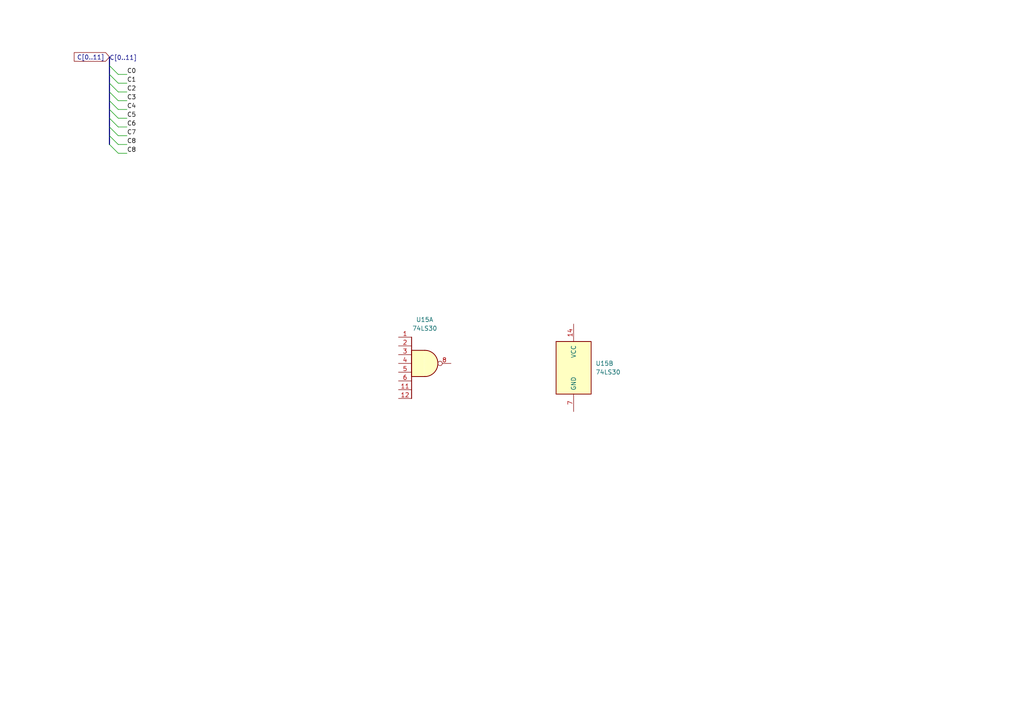
<source format=kicad_sch>
(kicad_sch (version 20250114) (generator "eeschema") (generator_version "9.0")
  (paper "A4")
  (lib_symbols
    (symbol "74xx:74LS30" (pin_names (offset 1.016))
      (property "Reference" "U" (at 0 1.27 0))
      (property "Value" "74LS30" (at 0 -1.27 0))
      (symbol "74LS30_1_1"
        (polyline (pts (xy -3.81 7.62) (xy -3.81 -10.16)) (stroke (width 0.254)))
        (arc (start 0 3.81) (mid 3.7934 0) (end 0 -3.81) (stroke (width 0.254)) (fill (type background)))
        (polyline (pts (xy 0 3.81) (xy -3.81 3.81) (xy -3.81 -3.81) (xy 0 -3.81)) (stroke (width 0.254)) (fill (type background)))
        (pin input line (at -7.62 7.62 0) (length 3.81) (name "~") (number "1"))
        (pin input line (at -7.62 5.08 0) (length 3.81) (name "~") (number "2"))
        (pin input line (at -7.62 2.54 0) (length 3.81) (name "~") (number "3"))
        (pin input line (at -7.62 0 0) (length 3.81) (name "~") (number "4"))
        (pin input line (at -7.62 -2.54 0) (length 3.81) (name "~") (number "5"))
        (pin input line (at -7.62 -5.08 0) (length 3.81) (name "~") (number "6"))
        (pin input line (at -7.62 -7.62 0) (length 3.81) (name "~") (number "11"))
        (pin input line (at -7.62 -10.16 0) (length 3.81) (name "~") (number "12"))
        (pin output inverted (at 7.62 0 180) (length 3.81) (name "~") (number "8"))
      )
      (symbol "74LS30_1_2"
        (arc (start -3.81 3.81) (mid -2.589 0) (end -3.81 -3.81) (stroke (width 0.254)))
        (polyline (pts (xy -3.81 7.62) (xy -3.81 3.81)) (stroke (width 0.254)))
        (polyline (pts (xy -3.81 3.81) (xy -0.635 3.81)) (stroke (width 0.254)) (fill (type background)))
        (polyline (pts (xy -3.81 -3.81) (xy -3.81 -10.16)) (stroke (width 0.254)))
        (polyline (pts (xy -3.81 -3.81) (xy -0.635 -3.81)) (stroke (width 0.254)) (fill (type background)))
        (arc (start 3.81 0) (mid 2.1855 -2.584) (end -0.6096 -3.81) (stroke (width 0.254)) (fill (type background)))
        (arc (start -0.6096 3.81) (mid 2.1928 2.5924) (end 3.81 0) (stroke (width 0.254)) (fill (type background)))
        (polyline (pts (xy -0.635 3.81) (xy -3.81 3.81) (xy -3.81 3.81) (xy -3.556 3.4036) (xy -3.0226 2.2606) (xy -2.6924 1.0414) (xy -2.6162 -0.254) (xy -2.7686 -1.4986) (xy -3.175 -2.7178) (xy -3.81 -3.81) (xy -3.81 -3.81) (xy -0.635 -3.81)) (stroke (width -25.4)) (fill (type background)))
        (pin input inverted (at -7.62 7.62 0) (length 3.81) (name "~") (number "1"))
        (pin input inverted (at -7.62 5.08 0) (length 3.81) (name "~") (number "2"))
        (pin input inverted (at -7.62 2.54 0) (length 4.5466) (name "~") (number "3"))
        (pin input inverted (at -7.62 0 0) (length 5.08) (name "~") (number "4"))
        (pin input inverted (at -7.62 -2.54 0) (length 4.5466) (name "~") (number "5"))
        (pin input inverted (at -7.62 -5.08 0) (length 3.81) (name "~") (number "6"))
        (pin input inverted (at -7.62 -7.62 0) (length 3.81) (name "~") (number "11"))
        (pin input inverted (at -7.62 -10.16 0) (length 3.81) (name "~") (number "12"))
        (pin output line (at 7.62 0 180) (length 3.81) (name "~") (number "8"))
      )
      (symbol "74LS30_2_0"
        (pin power_in line (at 0 12.7 270) (length 5.08) (name "VCC") (number "14"))
        (pin power_in line (at 0 -12.7 90) (length 5.08) (name "GND") (number "7"))
      )
      (symbol "74LS30_2_1"
        (rectangle (start -5.08 7.62) (end 5.08 -7.62) (stroke (width 0.254)) (fill (type background)))
      )
    )
  )
  (bus_entry (at 31.75 41.91) (size 2.54 2.54))
  (bus_entry (at 31.75 24.13) (size 2.54 2.54))
  (bus_entry (at 31.75 29.21) (size 2.54 2.54))
  (bus_entry (at 31.75 34.29) (size 2.54 2.54))
  (bus_entry (at 31.75 26.67) (size 2.54 2.54))
  (bus_entry (at 31.75 31.75) (size 2.54 2.54))
  (bus_entry (at 31.75 39.37) (size 2.54 2.54))
  (bus_entry (at 31.75 36.83) (size 2.54 2.54))
  (bus_entry (at 31.75 19.05) (size 2.54 2.54))
  (bus_entry (at 31.75 21.59) (size 2.54 2.54))
  (bus (pts (xy 31.75 29.21) (xy 31.75 31.75)))
  (bus (pts (xy 31.75 31.75) (xy 31.75 34.29)))
  (wire (pts (xy 34.29 29.21) (xy 36.83 29.21)))
  (bus (pts (xy 31.75 19.05) (xy 31.75 21.59)))
  (bus (pts (xy 31.75 36.83) (xy 31.75 39.37)))
  (wire (pts (xy 34.29 36.83) (xy 36.83 36.83)))
  (bus (pts (xy 31.75 24.13) (xy 31.75 26.67)))
  (wire (pts (xy 34.29 44.45) (xy 36.83 44.45)))
  (wire (pts (xy 34.29 26.67) (xy 36.83 26.67)))
  (wire (pts (xy 34.29 41.91) (xy 36.83 41.91)))
  (bus (pts (xy 31.75 26.67) (xy 31.75 29.21)))
  (wire (pts (xy 34.29 21.59) (xy 36.83 21.59)))
  (bus (pts (xy 31.75 34.29) (xy 31.75 36.83)))
  (bus (pts (xy 31.75 16.51) (xy 31.75 19.05)))
  (wire (pts (xy 34.29 24.13) (xy 36.83 24.13)))
  (bus (pts (xy 31.75 21.59) (xy 31.75 24.13)))
  (wire (pts (xy 34.29 31.75) (xy 36.83 31.75)))
  (wire (pts (xy 34.29 34.29) (xy 36.83 34.29)))
  (wire (pts (xy 34.29 39.37) (xy 36.83 39.37)))
  (bus (pts (xy 31.75 39.37) (xy 31.75 41.91)))
  (label "C2" (at 36.83 26.67 0))
  (label "C8" (at 36.83 44.45 0))
  (label "C7" (at 36.83 39.37 0))
  (label "C5" (at 36.83 34.29 0))
  (label "C0" (at 36.83 21.59 0))
  (label "C4" (at 36.83 31.75 0))
  (label "C3" (at 36.83 29.21 0))
  (label "C1" (at 36.83 24.13 0))
  (label "C6" (at 36.83 36.83 0))
  (label "C[0..11]" (at 31.75 17.78 0))
  (label "C8" (at 36.83 41.91 0))
  (global_label "C[0..11]" (shape input) (at 31.75 16.51 180) (property "Intersheetrefs" "${INTERSHEET_REFS}" (effects (hide yes))))
  (symbol (lib_id "74xx:74LS30") (at 166.37 106.68 0) (unit 2)
    (property "Reference" "U15" (at 172.72 105.4099 0) (effects (justify left)))
    (property "Value" "74LS30" (at 172.72 107.9499 0) (effects (justify left)))
    (property "Datasheet" "http://www.ti.com/lit/gpn/sn74LS30" (effects (hide yes)))
    (property "Description" "8-input NAND" (effects (hide yes)))
  )
  (symbol (lib_id "74xx:74LS30") (at 123.19 105.41 0) (unit 1)
    (property "Reference" "U15" (at 123.1817 92.71 0))
    (property "Value" "74LS30" (at 123.1817 95.25 0))
    (property "Datasheet" "http://www.ti.com/lit/gpn/sn74LS30" (effects (hide yes)))
    (property "Description" "8-input NAND" (effects (hide yes)))
  )
)
</source>
